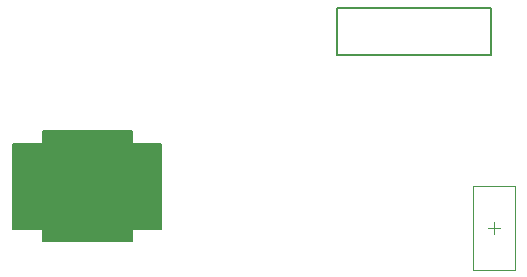
<source format=gbr>
%TF.GenerationSoftware,Altium Limited,Altium Designer,23.2.1 (34)*%
G04 Layer_Color=32768*
%FSLAX45Y45*%
%MOMM*%
%TF.SameCoordinates,76BEBE9A-6656-4806-BAFE-41FAB228EB9C*%
%TF.FilePolarity,Positive*%
%TF.FileFunction,Other,Mechanical_15*%
%TF.Part,Single*%
G01*
G75*
%TA.AperFunction,NonConductor*%
%ADD34C,0.10000*%
%ADD39C,0.20000*%
%ADD40C,0.15240*%
%ADD64C,0.05000*%
G36*
X1479550Y1976160D02*
X1731400D01*
Y2697440D01*
X1479550D01*
Y2802890D01*
X730250D01*
Y2697440D01*
X478400D01*
Y1976160D01*
X730250D01*
Y1870710D01*
X1479550D01*
Y1976160D01*
D02*
G37*
D34*
X4546600Y1931200D02*
Y2031200D01*
X4496600Y1981200D02*
X4596600D01*
D39*
X3215100Y3844900D02*
X4521200D01*
Y3444900D02*
Y3844900D01*
X3215100Y3444900D02*
X4521200D01*
X3215100D02*
Y3844900D01*
D40*
X1479550Y1976160D02*
X1731400D01*
X1479550Y1870710D02*
Y1976160D01*
X730250Y1870710D02*
X1479550D01*
X730250D02*
Y1976160D01*
X478400D02*
X730250D01*
X478400D02*
Y2697440D01*
X730250D01*
Y2802890D01*
X1479550D01*
Y2697440D02*
Y2802890D01*
Y2697440D02*
X1731400D01*
Y1976160D02*
Y2697440D01*
D64*
X4371600Y1625600D02*
X4721600D01*
X4371600Y2336800D02*
X4721600D01*
Y1625600D02*
Y2336800D01*
X4371600Y1625600D02*
Y2336800D01*
%TF.MD5,bcc1089d24b32602b04dc20aa1705ed8*%
M02*

</source>
